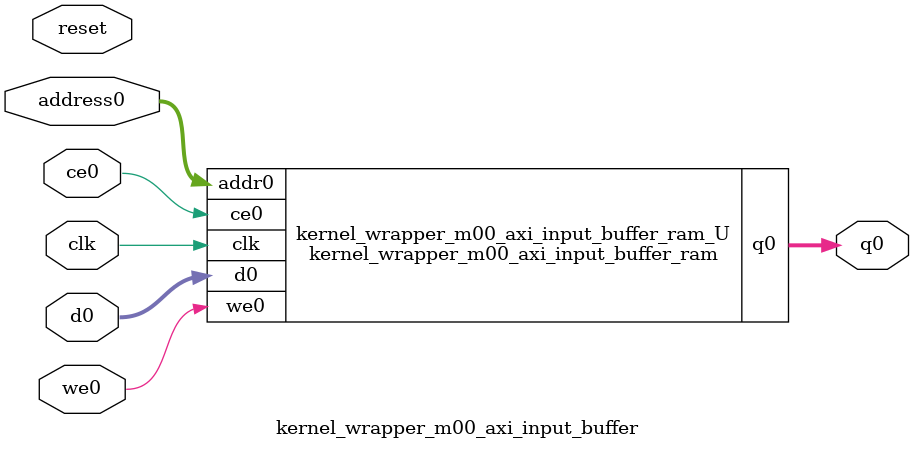
<source format=v>
`timescale 1 ns / 1 ps
module kernel_wrapper_m00_axi_input_buffer_ram (addr0, ce0, d0, we0, q0,  clk);

parameter DWIDTH = 32;
parameter AWIDTH = 13;
parameter MEM_SIZE = 8192;

input[AWIDTH-1:0] addr0;
input ce0;
input[DWIDTH-1:0] d0;
input we0;
output reg[DWIDTH-1:0] q0;
input clk;

(* ram_style = "block" *)reg [DWIDTH-1:0] ram[0:MEM_SIZE-1];




always @(posedge clk)  
begin 
    if (ce0) begin
        if (we0) 
            ram[addr0] <= d0; 
        q0 <= ram[addr0];
    end
end


endmodule

`timescale 1 ns / 1 ps
module kernel_wrapper_m00_axi_input_buffer(
    reset,
    clk,
    address0,
    ce0,
    we0,
    d0,
    q0);

parameter DataWidth = 32'd32;
parameter AddressRange = 32'd8192;
parameter AddressWidth = 32'd13;
input reset;
input clk;
input[AddressWidth - 1:0] address0;
input ce0;
input we0;
input[DataWidth - 1:0] d0;
output[DataWidth - 1:0] q0;



kernel_wrapper_m00_axi_input_buffer_ram kernel_wrapper_m00_axi_input_buffer_ram_U(
    .clk( clk ),
    .addr0( address0 ),
    .ce0( ce0 ),
    .we0( we0 ),
    .d0( d0 ),
    .q0( q0 ));

endmodule


</source>
